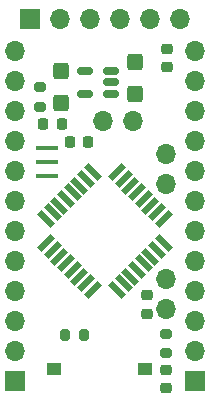
<source format=gbr>
%TF.GenerationSoftware,KiCad,Pcbnew,6.0.11-2627ca5db0~126~ubuntu22.04.1*%
%TF.CreationDate,2023-09-30T14:12:33+02:00*%
%TF.ProjectId,atmega328pb-nano,61746d65-6761-4333-9238-70622d6e616e,rev?*%
%TF.SameCoordinates,Original*%
%TF.FileFunction,Soldermask,Top*%
%TF.FilePolarity,Negative*%
%FSLAX46Y46*%
G04 Gerber Fmt 4.6, Leading zero omitted, Abs format (unit mm)*
G04 Created by KiCad (PCBNEW 6.0.11-2627ca5db0~126~ubuntu22.04.1) date 2023-09-30 14:12:33*
%MOMM*%
%LPD*%
G01*
G04 APERTURE LIST*
G04 Aperture macros list*
%AMRoundRect*
0 Rectangle with rounded corners*
0 $1 Rounding radius*
0 $2 $3 $4 $5 $6 $7 $8 $9 X,Y pos of 4 corners*
0 Add a 4 corners polygon primitive as box body*
4,1,4,$2,$3,$4,$5,$6,$7,$8,$9,$2,$3,0*
0 Add four circle primitives for the rounded corners*
1,1,$1+$1,$2,$3*
1,1,$1+$1,$4,$5*
1,1,$1+$1,$6,$7*
1,1,$1+$1,$8,$9*
0 Add four rect primitives between the rounded corners*
20,1,$1+$1,$2,$3,$4,$5,0*
20,1,$1+$1,$4,$5,$6,$7,0*
20,1,$1+$1,$6,$7,$8,$9,0*
20,1,$1+$1,$8,$9,$2,$3,0*%
%AMRotRect*
0 Rectangle, with rotation*
0 The origin of the aperture is its center*
0 $1 length*
0 $2 width*
0 $3 Rotation angle, in degrees counterclockwise*
0 Add horizontal line*
21,1,$1,$2,0,0,$3*%
G04 Aperture macros list end*
%ADD10R,1.700000X1.700000*%
%ADD11O,1.700000X1.700000*%
%ADD12RoundRect,0.200000X-0.200000X-0.275000X0.200000X-0.275000X0.200000X0.275000X-0.200000X0.275000X0*%
%ADD13RoundRect,0.200000X0.275000X-0.200000X0.275000X0.200000X-0.275000X0.200000X-0.275000X-0.200000X0*%
%ADD14RoundRect,0.225000X0.250000X-0.225000X0.250000X0.225000X-0.250000X0.225000X-0.250000X-0.225000X0*%
%ADD15RoundRect,0.218750X0.218750X0.256250X-0.218750X0.256250X-0.218750X-0.256250X0.218750X-0.256250X0*%
%ADD16RoundRect,0.250000X0.425000X-0.450000X0.425000X0.450000X-0.425000X0.450000X-0.425000X-0.450000X0*%
%ADD17R,1.900000X0.400000*%
%ADD18RoundRect,0.225000X-0.225000X-0.250000X0.225000X-0.250000X0.225000X0.250000X-0.225000X0.250000X0*%
%ADD19RoundRect,0.225000X-0.250000X0.225000X-0.250000X-0.225000X0.250000X-0.225000X0.250000X0.225000X0*%
%ADD20RoundRect,0.150000X0.512500X0.150000X-0.512500X0.150000X-0.512500X-0.150000X0.512500X-0.150000X0*%
%ADD21RoundRect,0.218750X0.256250X-0.218750X0.256250X0.218750X-0.256250X0.218750X-0.256250X-0.218750X0*%
%ADD22RotRect,1.600000X0.550000X315.000000*%
%ADD23RotRect,1.600000X0.550000X45.000000*%
%ADD24R,1.250000X1.000000*%
G04 APERTURE END LIST*
D10*
%TO.C,J2*%
X173250000Y-93625000D03*
D11*
X175790000Y-93625000D03*
X178330000Y-93625000D03*
X180870000Y-93625000D03*
X183410000Y-93625000D03*
X185950000Y-93625000D03*
%TD*%
D12*
%TO.C,R11*%
X176225000Y-120375000D03*
X177875000Y-120375000D03*
%TD*%
D13*
%TO.C,R20*%
X174075000Y-101050000D03*
X174075000Y-99400000D03*
%TD*%
D11*
%TO.C,J12*%
X184750000Y-107600000D03*
X184750000Y-105060000D03*
%TD*%
D14*
%TO.C,C12*%
X183200000Y-118575000D03*
X183200000Y-117025000D03*
%TD*%
D15*
%TO.C,D20*%
X175937500Y-102525000D03*
X174362500Y-102525000D03*
%TD*%
D16*
%TO.C,C21*%
X175875000Y-100700000D03*
X175875000Y-98000000D03*
%TD*%
D13*
%TO.C,R10*%
X184800000Y-121925000D03*
X184800000Y-120275000D03*
%TD*%
D11*
%TO.C,J14*%
X182020000Y-102225000D03*
X179480000Y-102225000D03*
%TD*%
D17*
%TO.C,Y1*%
X174725000Y-106950000D03*
X174725000Y-105750000D03*
X174725000Y-104550000D03*
%TD*%
D18*
%TO.C,C10*%
X176650000Y-104050000D03*
X178200000Y-104050000D03*
%TD*%
D19*
%TO.C,C13*%
X184850000Y-96175000D03*
X184850000Y-97725000D03*
%TD*%
D11*
%TO.C,J13*%
X184800000Y-118175000D03*
X184800000Y-115635000D03*
%TD*%
D20*
%TO.C,U20*%
X180162500Y-99950000D03*
X180162500Y-99000000D03*
X180162500Y-98050000D03*
X177887500Y-98050000D03*
X177887500Y-99950000D03*
%TD*%
D21*
%TO.C,D10*%
X184800000Y-124887500D03*
X184800000Y-123312500D03*
%TD*%
D10*
%TO.C,J10*%
X172000000Y-124250000D03*
D11*
X172000000Y-121710000D03*
X172000000Y-119170000D03*
X172000000Y-116630000D03*
X172000000Y-114090000D03*
X172000000Y-111550000D03*
X172000000Y-109010000D03*
X172000000Y-106470000D03*
X172000000Y-103930000D03*
X172000000Y-101390000D03*
X172000000Y-98850000D03*
X172000000Y-96310000D03*
%TD*%
D22*
%TO.C,U1*%
X178574695Y-106614897D03*
X178009010Y-107180583D03*
X177443324Y-107746268D03*
X176877639Y-108311953D03*
X176311953Y-108877639D03*
X175746268Y-109443324D03*
X175180583Y-110009010D03*
X174614897Y-110574695D03*
D23*
X174614897Y-112625305D03*
X175180583Y-113190990D03*
X175746268Y-113756676D03*
X176311953Y-114322361D03*
X176877639Y-114888047D03*
X177443324Y-115453732D03*
X178009010Y-116019417D03*
X178574695Y-116585103D03*
D22*
X180625305Y-116585103D03*
X181190990Y-116019417D03*
X181756676Y-115453732D03*
X182322361Y-114888047D03*
X182888047Y-114322361D03*
X183453732Y-113756676D03*
X184019417Y-113190990D03*
X184585103Y-112625305D03*
D23*
X184585103Y-110574695D03*
X184019417Y-110009010D03*
X183453732Y-109443324D03*
X182888047Y-108877639D03*
X182322361Y-108311953D03*
X181756676Y-107746268D03*
X181190990Y-107180583D03*
X180625305Y-106614897D03*
%TD*%
D24*
%TO.C,SW1*%
X183025000Y-123300000D03*
X175275000Y-123300000D03*
%TD*%
D10*
%TO.C,J11*%
X187200000Y-124250000D03*
D11*
X187200000Y-121710000D03*
X187200000Y-119170000D03*
X187200000Y-116630000D03*
X187200000Y-114090000D03*
X187200000Y-111550000D03*
X187200000Y-109010000D03*
X187200000Y-106470000D03*
X187200000Y-103930000D03*
X187200000Y-101390000D03*
X187200000Y-98850000D03*
X187200000Y-96310000D03*
%TD*%
D16*
%TO.C,C20*%
X182150000Y-100000000D03*
X182150000Y-97300000D03*
%TD*%
M02*

</source>
